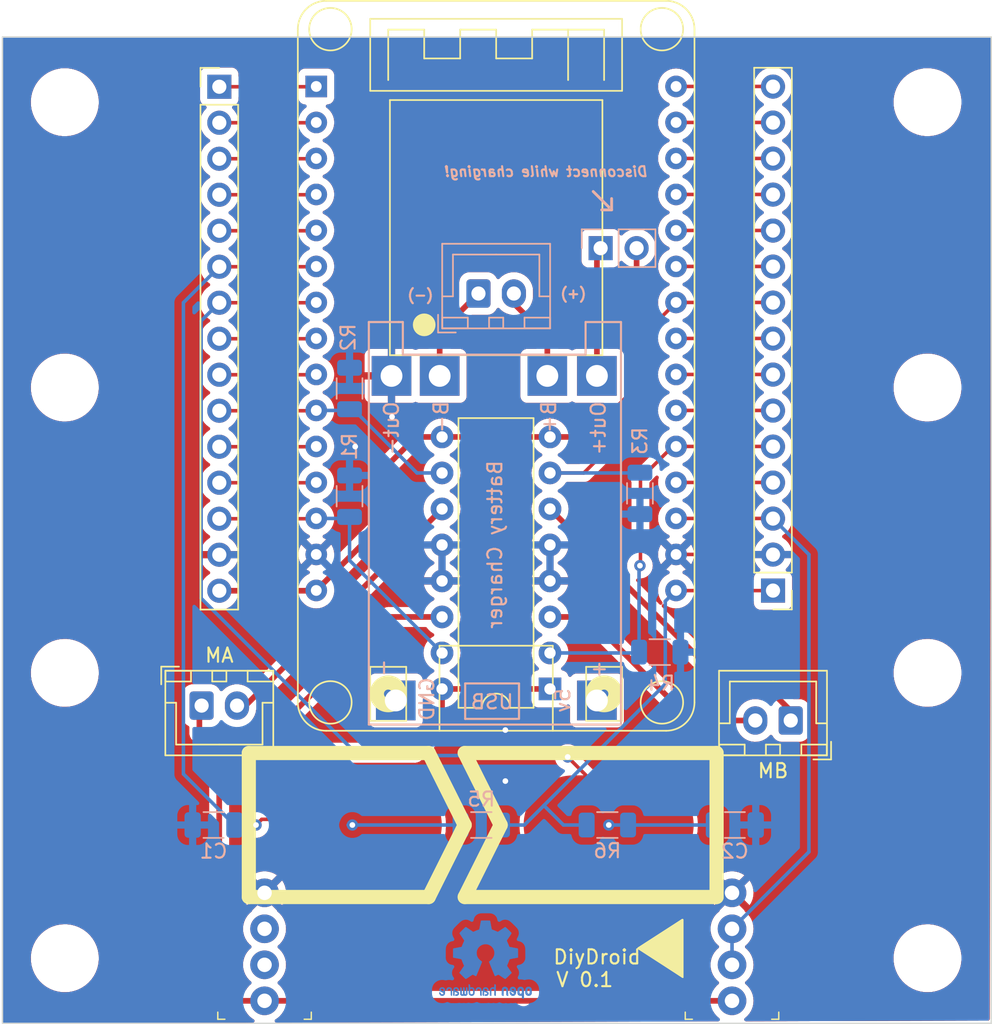
<source format=kicad_pcb>
(kicad_pcb (version 20221018) (generator pcbnew)
  (title_block (title "Stem Toy") (date "2022-12-09") (rev "1.0") (company "Amal George Mechirackal"))
  (layers (0 "F.Cu" signal) (31 "B.Cu" signal) (34 "B.Paste" user) (35 "F.Paste" user) (36 "B.SilkS" user "B.Silkscreen") (37 "F.SilkS" user "F.Silkscreen") (38 "B.Mask" user) (39 "F.Mask" user) (44 "Edge.Cuts" user))
  (net 0 "")
  (net 1 "B1")
  (net 2 "Net-(J1-Pad2)")
  (net 3 "B2")
  (net 4 "GND")
  (net 5 "Net-(J1-Pad1)")
  (net 6 "+4V")
  (net 9 "MotorLeft1")
  (net 10 "MotorLeftA")
  (net 11 "MotorLeftB")
  (net 12 "MotorLeft2")
  (net 13 "MotorRight1")
  (net 14 "MotorRightA")
  (net 15 "MotorRightB")
  (net 16 "MotorRight2")
  (net 17 "StripData")
  (net 18 "Net-(U2-Pad1)")
  (net 19 "Net-(J2-Pad2)")
  (net 20 "Net-(J2-Pad3)")
  (net 21 "Net-(J2-Pad4)")
  (net 22 "Net-(J2-Pad5)")
  (net 23 "Net-(J2-Pad8)")
  (net 24 "Net-(J2-Pad9)")
  (net 25 "Net-(J2-Pad11)")
  (net 26 "Net-(J2-Pad12)")
  (net 27 "Net-(U2-Pad19)")
  (net 29 "Net-(J3-Pad6)")
  (net 30 "Net-(U2-Pad22)")
  (net 31 "Net-(J3-Pad8)")
  (net 33 "Net-(J3-Pad10)")
  (net 34 "Net-(U2-Pad26)")
  (net 35 "Net-(J3-Pad12)")
  (net 36 "Net-(J3-Pad13)")
  (net 37 "Net-(J3-Pad14)")
  (net 38 "Net-(U2-Pad30)")
  (net 39 "Net-(TP1-Pad3)")
  (net 40 "3v3")
  (footprint "MountingHole:MountingHole_4.3mm_M4" (layer "F.Cu") (at 177.68 107.82)
    (fp_text reference "H3" hide)
    (fp_text value "M4" hide)
  )
  (footprint "Connector_PinHeader_2.54mm:PinHeader_1x15_P2.54mm_Vertical" (layer "F.Cu") (at 166.7735 81.88 180)
    (fp_text reference "J3" hide)
    (fp_text value "Conn_01x15_Male" hide)
  )
  (footprint "ESP32Node:esp32_devkit_v1_doit" (layer "F.Cu") (at 147.23 46.31)
    (fp_text reference "U2" hide)
    (fp_text value "ESP32_DevKit_V1_DOIT")
  )
  (footprint "MountingHole:MountingHole_4.3mm_M4" (layer "F.Cu") (at 177.68 87.686666)
    (fp_text reference "H7" hide)
    (fp_text value "M4" hide)
  )
  (footprint "MountingHole:MountingHole_4.3mm_M4" (layer "F.Cu") (at 177.68 67.553333)
    (fp_text reference "H8" hide)
    (fp_text value "M4" hide)
  )
  (footprint "MountingHole:MountingHole_4.3mm_M4" (layer "F.Cu") (at 177.68 47.42)
    (fp_text reference "H4" hide)
    (fp_text value "M4" hide)
  )
  (footprint "MountingHole:MountingHole_4.3mm_M4" (layer "F.Cu") (at 116.78 107.82)
    (fp_text reference "H2" hide)
    (fp_text value "M4" hide)
  )
  (footprint "MountingHole:MountingHole_4.3mm_M4" (layer "F.Cu") (at 116.78 47.42)
    (fp_text reference "H1" hide)
    (fp_text value "M4" hide)
  )
  (footprint "MountingHole:MountingHole_4.3mm_M4" (layer "F.Cu") (at 116.78 67.553333)
    (fp_text reference "H5" hide)
    (fp_text value "M4" hide)
  )
  (footprint "AroLeap:CapacitiveTouchPad" (layer "F.Cu") (at 129.77 103.5)
    (fp_text reference "CS1" hide)
    (fp_text value "Conn_01x02_Male" hide)
  )
  (footprint "MountingHole:MountingHole_4.3mm_M4" (layer "F.Cu") (at 116.78 87.686666)
    (fp_text reference "H6" hide)
    (fp_text value "M4" hide)
  )
  (footprint "Connector_JST:JST_XH_B2B-XH-A_1x02_P2.50mm_Vertical" (layer "F.Cu") (at 126.4365 89.995)
    (fp_text reference "MA")
    (fp_text value "Motor_DC_ALT" hide)
  )
  (footprint "digikey-footprints:PinHeader_1x4_P2.54mm_Drill1.02mm" (layer "F.Cu") (at 130.88 110.825 90)
    (fp_text reference "J4" hide)
    (fp_text value "0022232041" hide)
  )
  (footprint "digikey-footprints:PinHeader_1x4_P2.54mm_Drill1.02mm" (layer "F.Cu") (at 163.88 110.825 90)
    (fp_text reference "J5" hide)
    (fp_text value "0022232041" hide)
  )
  (footprint "Package_DIP:DIP-16_W7.62mm" (layer "F.Cu") (at 151.03 88.82 180)
    (fp_text reference "U1" hide)
    (fp_text value "L293D")
  )
  (footprint "Connector_PinHeader_2.54mm:PinHeader_1x15_P2.54mm_Vertical" (layer "F.Cu") (at 127.6865 46.33)
    (fp_text reference "J2" hide)
    (fp_text value "Conn_01x15_Male" hide)
  )
  (footprint "Connector_JST:JST_XH_B2B-XH-A_1x02_P2.50mm_Vertical" (layer "F.Cu") (at 168.0235 91.045 180)
    (fp_text reference "MB")
    (fp_text value "Motor_DC_ALT" hide)
  )
  (footprint "Resistor_SMD:R_1206_3216Metric" (layer "B.Cu") (at 136.88 67.62 90)
    (fp_text reference "R2")
    (fp_text value "15k" hide)
  )
  (footprint "Resistor_SMD:R_1206_3216Metric" (layer "B.Cu") (at 157.38 75.02 -90)
    (fp_text reference "R3")
    (fp_text value "15k" hide)
  )
  (footprint "Capacitor_SMD:C_1206_3216Metric" (layer "B.Cu") (at 164.08 98.42)
    (fp_text reference "C2")
    (fp_text value "10nF" hide)
  )
  (footprint "Resistor_SMD:R_1206_3216Metric" (layer "B.Cu") (at 136.88 75.22 90)
    (fp_text reference "R1")
    (fp_text value "15k" hide)
  )
  (footprint "Connector_JST:JST_XH_B2B-XH-A_1x02_P2.50mm_Vertical" (layer "B.Cu") (at 145.98 60.92)
    (fp_text reference "J1" hide)
    (fp_text value "Battery In")
  )
  (footprint "Capacitor_SMD:C_1206_3216Metric" (layer "B.Cu") (at 127.28 98.42)
    (fp_text reference "C1")
    (fp_text value "10nF" hide)
  )
  (footprint "Symbol:OSHW-Logo2_7.3x6mm_Copper" (layer "B.Cu") (at 146.48 107.92 180)
    (fp_text reference "REF**" hide)
    (fp_text value "OSHW-Logo2_7.3x6mm_Copper" hide)
  )
  (footprint "Connector_PinHeader_2.54mm:PinHeader_1x02_P2.54mm_Vertical" (layer "B.Cu") (at 154.605 57.72 -90)
    (fp_text reference "NT1" hide)
    (fp_text value "NetTie_2")
  )
  (footprint "Resistor_SMD:R_1206_3216Metric" (layer "B.Cu") (at 155.08 98.42)
    (fp_text reference "R6")
    (fp_text value "15k" hide)
  )
  (footprint "Resistor_SMD:R_1206_3216Metric" (layer "B.Cu") (at 146.18 98.42 180)
    (fp_text reference "R5")
    (fp_text value "15k" hide)
  )
  (footprint "Resistor_SMD:R_1206_3216Metric" (layer "B.Cu") (at 158.78 86.22)
    (fp_text reference "R4")
    (fp_text value "15k" hide)
  )
  (footprint "Modules:TP4056-18650" (layer "B.Cu") (at 156.0425 91.3325 90)
    (fp_text reference "TP1" hide)
    (fp_text value "TP4050" hide)
  )
  (gr_line (start 154.08 53.72) (end 155.18 54.82) (stroke (width 0.2)) (layer "B.SilkS"))
  (gr_line (start 155.38 54.22) (end 155.38 55.02) (stroke (width 0.2)) (layer "B.SilkS"))
  (gr_line (start 155.38 55.02) (end 154.68 55.02) (stroke (width 0.2)) (layer "B.SilkS"))
  (gr_poly (pts (xy 160.38 109.12) (xy 157.38 107.12) (xy 157.28 107.12) (xy 160.38 105.12)) (stroke (width 0.15)) (fill solid) (layer "F.SilkS"))
  (gr_line (start 160.38 105.12) (end 160.38 109.12) (stroke (width 0.15)) (layer "F.SilkS"))
  (gr_line (start 160.38 109.12) (end 157.28 107.12) (stroke (width 0.15)) (layer "F.SilkS"))
  (gr_line (start 157.28 107.12) (end 160.38 105.12) (stroke (width 0.15)) (layer "F.SilkS"))
  (gr_rect (start 112.38 42.82) (end 182.18 112.42) (stroke (width 0.1)) (fill none) (layer "Edge.Cuts"))
  (gr_text "Disconnect while charging!" (at 150.78 52.32) (layer "B.SilkS") (effects (font (size 0.7 0.7) (thickness 0.15) italic) (justify mirror)))
  (gr_text "(-)" (at 141.88 61.02) (layer "B.SilkS") (effects (font (size 0.7 0.7)) (justify mirror)))
  (gr_text "(+)" (at 152.68 60.92) (layer "B.SilkS") (effects (font (size 0.7 0.7)) (justify mirror)))
  (gr_text "V 0.1" (at 151.38 109.92) (layer "F.SilkS") (effects (font (size 1 1)) (justify left bottom)))
  (gr_text "DiyDroid" (at 151.18 108.32) (layer "F.SilkS") (effects (font (size 1 1)) (justify left bottom)))
  (segment (start 134.51 59.03) (end 134.53 59.01) (width 0.25) (layer "F.Cu") (net 1))
  (segment (start 130.28 98.42) (end 130.68 98.02) (width 0.25) (layer "F.Cu") (net 1))
  (segment (start 130.68 98.02) (end 137.39 98.02) (width 0.25) (layer "F.Cu") (net 1))
  (segment (start 127.6865 59.03) (end 134.51 59.03) (width 0.25) (layer "F.Cu") (net 1))
  (via (at 137.08 98.42) (size 0.8) (drill 0.4) (layers "F.Cu" "B.Cu") (net 1))
  (via (at 130.28 98.42) (size 0.8) (drill 0.4) (layers "F.Cu" "B.Cu") (net 1))
  (segment (start 144.7175 98.42) (end 137.08 98.42) (width 0.25) (layer "B.Cu") (net 1))
  (segment (start 137.08 98.42) (end 136.78 98.42) (width 0.25) (layer "B.Cu") (net 1))
  (segment (start 127.6865 59.03) (end 125.15198 61.56452) (width 0.25) (layer "B.Cu") (net 1))
  (segment (start 128.755 98.42) (end 130.28 98.42) (width 0.25) (layer "B.Cu") (net 1))
  (segment (start 125.15198 94.81698) (end 128.755 98.42) (width 0.25) (layer "B.Cu") (net 1))
  (segment (start 125.15198 61.56452) (end 125.15198 94.81698) (width 0.25) (layer "B.Cu") (net 1))
  (segment (start 148.48 60.92) (end 148.48 61.62) (width 0.4) (layer "F.Cu") (net 2))
  (segment (start 150.8425 63.9825) (end 150.8425 66.7325) (width 0.4) (layer "F.Cu") (net 2))
  (segment (start 148.48 61.62) (end 150.8425 63.9825) (width 0.4) (layer "F.Cu") (net 2))
  (segment (start 127.6865 61.57) (end 134.51 61.57) (width 0.25) (layer "F.Cu") (net 3))
  (segment (start 134.51 61.57) (end 134.53 61.55) (width 0.25) (layer "F.Cu") (net 3))
  (segment (start 152.28 93.62) (end 155.17 96.51) (width 0.25) (layer "F.Cu") (net 3))
  (segment (start 155.17 96.51) (end 155.17 98.02) (width 0.25) (layer "F.Cu") (net 3))
  (via (at 155.18 98.42) (size 0.8) (drill 0.4) (layers "F.Cu" "B.Cu") (net 3))
  (via (at 152.28 93.62) (size 0.8) (drill 0.4) (layers "F.Cu" "B.Cu") (net 3))
  (segment (start 152.18 93.52) (end 152.28 93.62) (width 0.25) (layer "B.Cu") (net 3))
  (segment (start 156.5425 98.42) (end 155.18 98.42) (width 0.25) (layer "B.Cu") (net 3))
  (segment (start 155.18 98.42) (end 155.08 98.42) (width 0.25) (layer "B.Cu") (net 3))
  (segment (start 137.499926 93.52) (end 152.18 93.52) (width 0.25) (layer "B.Cu") (net 3))
  (segment (start 126.401989 62.854511) (end 126.401989 82.422063) (width 0.25) (layer "B.Cu") (net 3))
  (segment (start 127.6865 61.57) (end 126.401989 62.854511) (width 0.25) (layer "B.Cu") (net 3))
  (segment (start 156.5425 98.42) (end 162.605 98.42) (width 0.25) (layer "B.Cu") (net 3))
  (segment (start 126.401989 82.422063) (end 137.499926 93.52) (width 0.25) (layer "B.Cu") (net 3))
  (segment (start 166.7635 79.33) (end 166.7735 79.34) (width 0.25) (layer "F.Cu") (net 4))
  (segment (start 159.93 79.33) (end 166.7635 79.33) (width 0.25) (layer "F.Cu") (net 4))
  (via (at 147.88 91.72) (size 0.8) (drill 0.4) (layers "F.Cu" "B.Cu") (net 4))
  (via (at 139.88 69.62) (size 0.8) (drill 0.4) (layers "F.Cu" "B.Cu") (net 4))
  (via (at 137.28 71.72) (size 0.8) (drill 0.4) (layers "F.Cu" "B.Cu") (net 4))
  (via (at 147.88 95.32) (size 0.8) (drill 0.4) (layers "F.Cu" "B.Cu") (net 4))
  (segment (start 145.98 60.92) (end 143.2425 63.6575) (width 0.4) (layer "F.Cu") (net 5))
  (segment (start 143.2425 63.6575) (end 143.2425 66.7325) (width 0.4) (layer "F.Cu") (net 5))
  (segment (start 127.6865 81.89) (end 134.51 81.89) (width 0.4) (layer "F.Cu") (net 6))
  (segment (start 134.53 81.87) (end 139.08 77.32) (width 0.4) (layer "F.Cu") (net 6))
  (segment (start 139.08 77.32) (end 139.08 73.52) (width 0.4) (layer "F.Cu") (net 6))
  (segment (start 128.785 110.825) (end 130.88 110.825) (width 0.4) (layer "F.Cu") (net 6))
  (segment (start 127.68 94.62) (end 127.68 109.72) (width 0.4) (layer "F.Cu") (net 6))
  (segment (start 127.68 109.72) (end 128.785 110.825) (width 0.4) (layer "F.Cu") (net 6))
  (segment (start 157.145 57.72) (end 157.145 67.599022) (width 0.4) (layer "F.Cu") (net 6))
  (segment (start 141.48 93.32) (end 128.98 93.32) (width 0.4) (layer "F.Cu") (net 6))
  (segment (start 146.68 88.82) (end 143.41 88.82) (width 0.4) (layer "F.Cu") (net 6))
  (segment (start 134.51 81.89) (end 134.53 81.87) (width 0.4) (layer "F.Cu") (net 6))
  (segment (start 130.88 110.825) (end 163.88 110.825) (width 0.4) (layer "F.Cu") (net 6))
  (segment (start 141.56 71.04) (end 143.41 71.04) (width 0.4) (layer "F.Cu") (net 6))
  (segment (start 128.98 93.32) (end 127.68 94.62) (width 0.4) (layer "F.Cu") (net 6))
  (segment (start 139.08 73.52) (end 141.56 71.04) (width 0.4) (layer "F.Cu") (net 6))
  (segment (start 143.41 88.82) (end 143.41 91.39) (width 0.4) (layer "F.Cu") (net 6))
  (segment (start 143.41 71.04) (end 146.8 71.04) (width 0.4) (layer "F.Cu") (net 6))
  (segment (start 146.8 88.7) (end 146.68 88.82) (width 0.4) (layer "F.Cu") (net 6))
  (segment (start 143.41 91.39) (end 141.48 93.32) (width 0.4) (layer "F.Cu") (net 6))
  (segment (start 153.704022 71.04) (end 151.03 71.04) (width 0.4) (layer "F.Cu") (net 6))
  (segment (start 151.03 88.82) (end 146.68 88.82) (width 0.4) (layer "F.Cu") (net 6))
  (segment (start 157.145 67.599022) (end 153.704022 71.04) (width 0.4) (layer "F.Cu") (net 6))
  (segment (start 146.8 71.04) (end 151.03 71.04) (width 0.4) (layer "F.Cu") (net 6))
  (segment (start 146.8 71.04) (end 146.8 88.7) (width 0.4) (layer "F.Cu") (net 6))
  (segment (start 159.69 71.71) (end 157.38 74.02) (width 0.25) (layer "F.Cu") (net 9))
  (segment (start 159.93 71.71) (end 159.69 71.71) (width 0.25) (layer "F.Cu") (net 9))
  (segment (start 166.7635 71.71) (end 166.7735 71.72) (width 0.25) (layer "F.Cu") (net 9))
  (segment (start 157.4175 74.0475) (end 157.4175 80.2075) (width 0.25) (layer "F.Cu") (net 9))
  (segment (start 159.93 71.71) (end 166.7635 71.71) (width 0.25) (layer "F.Cu") (net 9))
  (via (at 157.38 80.12) (size 0.8) (drill 0.4) (layers "F.Cu" "B.Cu") (net 9))
  (segment (start 157.3175 80.1825) (end 157.3175 86.22) (width 0.25) (layer "B.Cu") (net 9))
  (segment (start 157.2575 86.28) (end 157.3175 86.22) (width 0.25) (layer "B.Cu") (net 9))
  (segment (start 157.38 80.12) (end 157.3175 80.1825) (width 0.25) (layer "B.Cu") (net 9))
  (segment (start 151.03 86.28) (end 157.2575 86.28) (width 0.25) (layer "B.Cu") (net 9))
  (segment (start 151.03 83.74) (end 153.7 83.74) (width 0.4) (layer "F.Cu") (net 10))
  (segment (start 153.7 83.74) (end 161.005 91.045) (width 0.4) (layer "F.Cu") (net 10))
  (segment (start 161.005 91.045) (end 165.5235 91.045) (width 0.4) (layer "F.Cu") (net 10))
  (segment (start 168.0235 90.3635) (end 168.0235 91.045) (width 0.25) (layer "F.Cu") (net 11))
  (segment (start 151.03 76.12) (end 162.63 87.72) (width 0.4) (layer "F.Cu") (net 11))
  (segment (start 165.38 87.72) (end 168.0235 90.3635) (width 0.4) (layer "F.Cu") (net 11))
  (segment (start 162.63 87.72) (end 165.38 87.72) (width 0.4) (layer "F.Cu") (net 11))
  (segment (start 157.77952 63.70048) (end 157.77952 69.22048) (width 0.25) (layer "F.Cu") (net 12))
  (segment (start 159.93 61.55) (end 166.7635 61.55) (width 0.25) (layer "F.Cu") (net 12))
  (segment (start 166.7635 61.55) (end 166.7735 61.56) (width 0.25) (layer "F.Cu") (net 12))
  (segment (start 159.93 61.55) (end 157.77952 63.70048) (width 0.25) (layer "F.Cu") (net 12))
  (segment (start 153.42 73.58) (end 151.03 73.58) (width 0.25) (layer "F.Cu") (net 12))
  (segment (start 157.77952 69.22048) (end 153.42 73.58) (width 0.25) (layer "F.Cu") (net 12))
  (segment (start 157.3575 73.58) (end 157.38 73.5575) (width 0.25) (layer "B.Cu") (net 12))
  (segment (start 151.03 73.58) (end 157.3575 73.58) (width 0.25) (layer "B.Cu") (net 12))
  (segment (start 134.51 76.81) (end 134.53 76.79) (width 0.25) (layer "F.Cu") (net 13))
  (segment (start 127.6865 76.81) (end 134.51 76.81) (width 0.25) (layer "F.Cu") (net 13))
  (segment (start 136.88 76.6825) (end 136.88 79.75) (width 0.25) (layer "B.Cu") (net 13))
  (segment (start 136.88 79.75) (end 143.41 86.28) (width 0.25) (layer "B.Cu") (net 13))
  (segment (start 136.7725 76.79) (end 136.88 76.6825) (width 0.25) (layer "B.Cu") (net 13))
  (segment (start 134.53 76.79) (end 136.7725 76.79) (width 0.25) (layer "B.Cu") (net 13))
  (segment (start 128.9365 89.995) (end 129.535 89.995) (width 0.25) (layer "F.Cu") (net 14))
  (segment (start 129.535 89.995) (end 143.41 76.12) (width 0.4) (layer "F.Cu") (net 14))
  (segment (start 139.66 83.74) (end 131.48 91.92) (width 0.4) (layer "F.Cu") (net 15))
  (segment (start 126.28 91.92) (end 126.28 90.1515) (width 0.4) (layer "F.Cu") (net 15))
  (segment (start 126.28 90.1515) (end 126.4365 89.995) (width 0.4) (layer "F.Cu") (net 15))
  (segment (start 131.48 91.92) (end 126.28 91.92) (width 0.4) (layer "F.Cu") (net 15))
  (segment (start 143.41 83.74) (end 139.66 83.74) (width 0.4) (layer "F.Cu") (net 15))
  (segment (start 127.6865 69.19) (end 134.51 69.19) (width 0.25) (layer "F.Cu") (net 16))
  (segment (start 134.51 69.19) (end 134.53 69.17) (width 0.25) (layer "F.Cu") (net 16))
  (segment (start 137.1425 69.0825) (end 141.64 73.58) (width 0.25) (layer "B.Cu") (net 16))
  (segment (start 134.53 69.17) (end 136.7925 69.17) (width 0.25) (layer "B.Cu") (net 16))
  (segment (start 136.88 69.0825) (end 137.1425 69.0825) (width 0.25) (layer "B.Cu") (net 16))
  (segment (start 141.64 73.58) (end 143.41 73.58) (width 0.25) (layer "B.Cu") (net 16))
  (segment (start 136.7925 69.17) (end 136.88 69.0825) (width 0.25) (layer "B.Cu") (net 16))
  (segment (start 166.7635 76.79) (end 166.7735 76.8) (width 0.25) (layer "F.Cu") (net 17))
  (segment (start 159.93 76.79) (end 166.7635 76.79) (width 0.25) (layer "F.Cu") (net 17))
  (segment (start 163.88 105.745) (end 163.88 108.285) (width 0.25) (layer "B.Cu") (net 17))
  (segment (start 169.30802 100.31698) (end 163.88 105.745) (width 0.25) (layer "B.Cu") (net 17))
  (segment (start 166.7735 76.8) (end 169.30802 79.33452) (width 0.25) (layer "B.Cu") (net 17))
  (segment (start 169.30802 79.33452) (end 169.30802 100.31698) (width 0.25) (layer "B.Cu") (net 17))
  (segment (start 127.6865 46.33) (end 134.51 46.33) (width 0.25) (layer "F.Cu") (net 18))
  (segment (start 134.51 46.33) (end 134.53 46.31) (width 0.25) (layer "F.Cu") (net 18))
  (segment (start 127.6865 48.87) (end 134.51 48.87) (width 0.25) (layer "F.Cu") (net 19))
  (segment (start 134.51 48.87) (end 134.53 48.85) (width 0.25) (layer "F.Cu") (net 19))
  (segment (start 134.51 51.41) (end 134.53 51.39) (width 0.25) (layer "F.Cu") (net 20))
  (segment (start 127.6865 51.41) (end 134.51 51.41) (width 0.25) (layer "F.Cu") (net 20))
  (segment (start 134.51 53.95) (end 134.53 53.93) (width 0.25) (layer "F.Cu") (net 21))
  (segment (start 127.6865 53.95) (end 134.51 53.95) (width 0.25) (layer "F.Cu") (net 21))
  (segment (start 134.51 56.49) (end 134.53 56.47) (width 0.25) (layer "F.Cu") (net 22))
  (segment (start 127.6865 56.49) (end 134.51 56.49) (width 0.25) (layer "F.Cu") (net 22))
  (segment (start 127.6865 64.11) (end 134.51 64.11) (width 0.25) (layer "F.Cu") (net 23))
  (segment (start 134.51 64.11) (end 134.53 64.09) (width 0.25) (layer "F.Cu") (net 23))
  (segment (start 134.51 66.65) (end 134.53 66.63) (width 0.25) (layer "F.Cu") (net 24))
  (segment (start 127.6865 66.65) (end 134.51 66.65) (width 0.25) (layer "F.Cu") (net 24))
  (segment (start 134.51 71.73) (end 134.53 71.71) (width 0.25) (layer "F.Cu") (net 25))
  (segment (start 127.6865 71.73) (end 134.51 71.73) (width 0.25) (layer "F.Cu") (net 25))
  (segment (start 134.51 74.27) (end 134.53 74.25) (width 0.25) (layer "F.Cu") (net 26))
  (segment (start 127.6865 74.27) (end 134.51 74.27) (width 0.25) (layer "F.Cu") (net 26))
  (segment (start 159.93 74.25) (end 166.7635 74.25) (width 0.25) (layer "F.Cu") (net 27))
  (segment (start 166.7635 74.25) (end 166.7735 74.26) (width 0.25) (layer "F.Cu") (net 27))
  (segment (start 159.93 69.17) (end 166.7635 69.17) (width 0.25) (layer "F.Cu") (net 29))
  (segment (start 166.7635 69.17) (end 166.7735 69.18) (width 0.25) (layer "F.Cu") (net 29))
  (segment (start 166.7635 66.63) (end 166.7735 66.64) (width 0.25) (layer "F.Cu") (net 30))
  (segment (start 159.93 66.63) (end 166.7635 66.63) (width 0.25) (layer "F.Cu") (net 30))
  (segment (start 166.7635 64.09) (end 166.7735 64.1) (width 0.25) (layer "F.Cu") (net 31))
  (segment (start 159.93 64.09) (end 166.7635 64.09) (width 0.25) (layer "F.Cu") (net 31))
  (segment (start 159.93 59.01) (end 166.7635 59.01) (width 0.25) (layer "F.Cu") (net 33))
  (segment (start 166.7635 59.01) (end 166.7735 59.02) (width 0.25) (layer "F.Cu") (net 33))
  (segment (start 159.93 56.47) (end 166.7635 56.47) (width 0.25) (layer "F.Cu") (net 34))
  (segment (start 166.7635 56.47) (end 166.7735 56.48) (width 0.25) (layer "F.Cu") (net 34))
  (segment (start 159.93 53.93) (end 166.7635 53.93) (width 0.25) (layer "F.Cu") (net 35))
  (segment (start 166.7635 53.93) (end 166.7735 53.94) (width 0.25) (layer "F.Cu") (net 35))
  (segment (start 159.93 51.39) (end 166.7635 51.39) (width 0.25) (layer "F.Cu") (net 36))
  (segment (start 166.7635 51.39) (end 166.7735 51.4) (width 0.25) (layer "F.Cu") (net 36))
  (segment (start 159.93 48.85) (end 166.7635 48.85) (width 0.25) (layer "F.Cu") (net 37))
  (segment (start 166.7635 48.85) (end 166.7735 48.86) (width 0.25) (layer "F.Cu") (net 37))
  (segment (start 159.93 46.31) (end 166.7635 46.31) (width 0.25) (layer "F.Cu") (net 38))
  (segment (start 166.7635 46.31) (end 166.7735 46.32) (width 0.25) (layer "F.Cu") (net 38))
  (segment (start 154.3425 66.7325) (end 154.3425 57.9825) (width 0.4) (layer "F.Cu") (net 39))
  (segment (start 154.3425 57.9825) (end 154.605 57.72) (width 0.25) (layer "F.Cu") (net 39))
  (segment (start 166.7735 81.88) (end 159.94 81.88) (width 0.25) (layer "F.Cu") (net 40))
  (segment (start 159.94 81.88) (end 159.93 81.87) (width 0.25) (layer "F.Cu") (net 40))
  (segment (start 153.6175 98.42) (end 151.98 98.42) (width 0.25) (layer "B.Cu") (net 40))
  (segment (start 159.168001 88.476021) (end 150.602011 97.042011) (width 0.25) (layer "B.Cu") (net 40))
  (segment (start 151.98 98.42) (end 150.602011 97.042011) (width 0.25) (layer "B.Cu") (net 40))
  (segment (start 150.602011 97.042011) (end 149.224022 98.42) (width 0.25) (layer "B.Cu") (net 40))
  (segment (start 159.93 81.87) (end 159.168001 82.631999) (width 0.25) (layer "B.Cu") (net 40))
  (segment (start 149.224022 98.42) (end 147.6425 98.42) (width 0.25) (layer "B.Cu") (net 40))
  (segment (start 159.168001 82.631999) (end 159.168001 88.476021) (width 0.25) (layer "B.Cu") (net 40))
  (zone (net 4) (net_name "GND") (layer "F.Cu") (name "FontCopper") (connect_pads (clearance 0.508)) (min_thickness 0.254) (fill yes (thermal_gap 0.508) (thermal_bridge_width 0.508))
    (polygon (pts (xy 182.18 42.82) (xy 182.08 112.22) (xy 112.38 112.42) (xy 112.38 42.82)))
  )
  (zone (net 4) (net_name "GND") (layers "F&B.Cu") (name "BackCopper") (connect_pads (clearance 0.508)) (min_thickness 0.254) (fill yes (thermal_gap 0.508) (thermal_bridge_width 0.508) (island_removal_mode 2) (island_area_min 0))
    (polygon (pts (xy 182.154496 42.819819) (xy 182.054496 112.219819) (xy 112.354496 112.419819) (xy 112.354496 42.819819)))
  )
)
</source>
